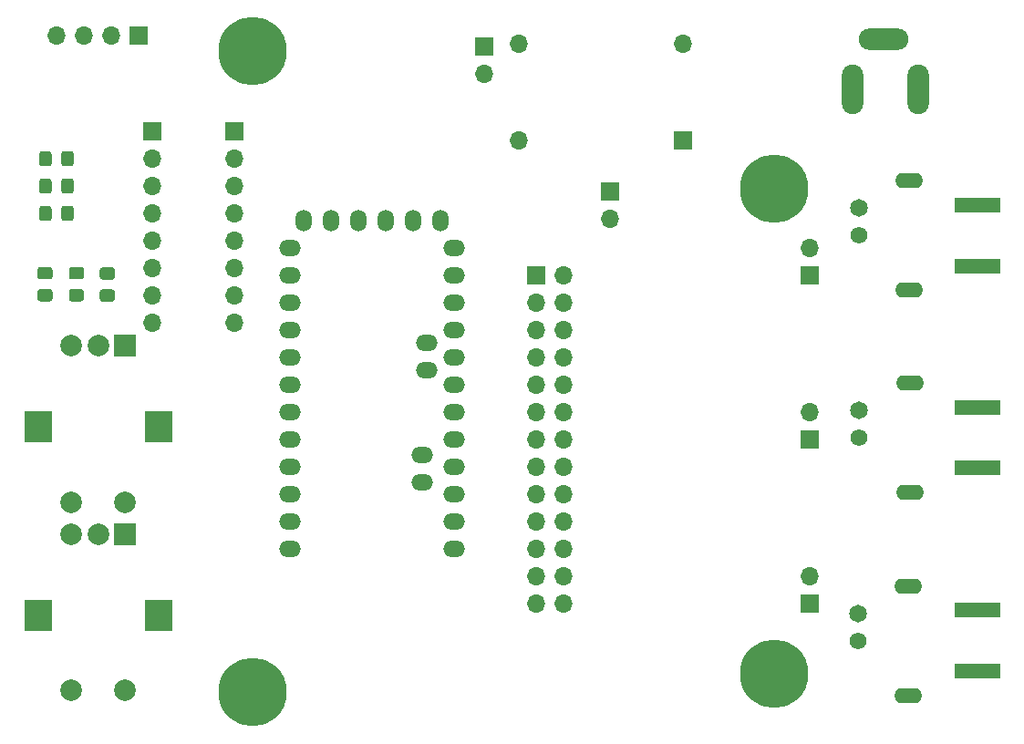
<source format=gbr>
G04 #@! TF.GenerationSoftware,KiCad,Pcbnew,(5.1.10)-1*
G04 #@! TF.CreationDate,2021-10-29T14:24:37-04:00*
G04 #@! TF.ProjectId,ArduinoInABox,41726475-696e-46f4-996e-41426f782e6b,1*
G04 #@! TF.SameCoordinates,Original*
G04 #@! TF.FileFunction,Soldermask,Bot*
G04 #@! TF.FilePolarity,Negative*
%FSLAX46Y46*%
G04 Gerber Fmt 4.6, Leading zero omitted, Abs format (unit mm)*
G04 Created by KiCad (PCBNEW (5.1.10)-1) date 2021-10-29 14:24:37*
%MOMM*%
%LPD*%
G01*
G04 APERTURE LIST*
%ADD10O,1.700000X1.700000*%
%ADD11R,1.700000X1.700000*%
%ADD12O,2.000000X1.524000*%
%ADD13O,1.524000X2.000000*%
%ADD14C,2.000000*%
%ADD15R,2.500000X3.000000*%
%ADD16R,2.000000X2.000000*%
%ADD17O,4.600000X2.000000*%
%ADD18O,2.000000X4.600000*%
%ADD19C,6.350000*%
%ADD20R,4.200000X1.350000*%
%ADD21O,2.600000X1.400000*%
%ADD22C,1.651000*%
%ADD23C,1.574800*%
G04 APERTURE END LIST*
D10*
X100250000Y-31040000D03*
X102790000Y-31040000D03*
X105330000Y-31040000D03*
D11*
X107870000Y-31040000D03*
D10*
X143160000Y-31800000D03*
X158460000Y-31800000D03*
X143160000Y-40800000D03*
D11*
X158460000Y-40800000D03*
D10*
X116760000Y-57710000D03*
X116760000Y-55170000D03*
X116760000Y-52630000D03*
X116760000Y-50090000D03*
X116760000Y-47550000D03*
X116760000Y-45010000D03*
X116760000Y-42470000D03*
D11*
X116760000Y-39930000D03*
D12*
X134239000Y-72517000D03*
X134239000Y-69977000D03*
X134620000Y-62103000D03*
X134620000Y-59563000D03*
X137160000Y-78740000D03*
X137160000Y-76200000D03*
X137160000Y-73660000D03*
X137160000Y-71120000D03*
X137160000Y-68580000D03*
X137160000Y-66040000D03*
X137160000Y-63500000D03*
X137160000Y-60960000D03*
X137160000Y-58420000D03*
X137160000Y-55880000D03*
X137160000Y-53340000D03*
X137160000Y-50800000D03*
X121920000Y-78740000D03*
X121920000Y-76200000D03*
X121920000Y-73660000D03*
X121920000Y-71120000D03*
X121920000Y-68580000D03*
X121920000Y-66040000D03*
X121920000Y-63500000D03*
X121920000Y-60960000D03*
X121920000Y-58420000D03*
X121920000Y-55880000D03*
X121920000Y-53340000D03*
X121920000Y-50800000D03*
D13*
X135890000Y-48260000D03*
X133350000Y-48260000D03*
X130810000Y-48260000D03*
X128270000Y-48260000D03*
X125730000Y-48260000D03*
X123190000Y-48260000D03*
D14*
X101625400Y-74343600D03*
X106625400Y-74343600D03*
D15*
X98525400Y-67343600D03*
X109725400Y-67343600D03*
D14*
X101625400Y-59843600D03*
X104125400Y-59843600D03*
D16*
X106625400Y-59843600D03*
D10*
X109140000Y-57710000D03*
X109140000Y-55170000D03*
X109140000Y-52630000D03*
X109140000Y-50090000D03*
X109140000Y-47550000D03*
X109140000Y-45010000D03*
X109140000Y-42470000D03*
D11*
X109140000Y-39930000D03*
D17*
X177050000Y-31400000D03*
D18*
X174150000Y-36000000D03*
X180250000Y-36000000D03*
G36*
G01*
X100700000Y-45460001D02*
X100700000Y-44559999D01*
G75*
G02*
X100949999Y-44310000I249999J0D01*
G01*
X101600001Y-44310000D01*
G75*
G02*
X101850000Y-44559999I0J-249999D01*
G01*
X101850000Y-45460001D01*
G75*
G02*
X101600001Y-45710000I-249999J0D01*
G01*
X100949999Y-45710000D01*
G75*
G02*
X100700000Y-45460001I0J249999D01*
G01*
G37*
G36*
G01*
X98650000Y-45460001D02*
X98650000Y-44559999D01*
G75*
G02*
X98899999Y-44310000I249999J0D01*
G01*
X99550001Y-44310000D01*
G75*
G02*
X99800000Y-44559999I0J-249999D01*
G01*
X99800000Y-45460001D01*
G75*
G02*
X99550001Y-45710000I-249999J0D01*
G01*
X98899999Y-45710000D01*
G75*
G02*
X98650000Y-45460001I0J249999D01*
G01*
G37*
G36*
G01*
X100700000Y-42920001D02*
X100700000Y-42019999D01*
G75*
G02*
X100949999Y-41770000I249999J0D01*
G01*
X101600001Y-41770000D01*
G75*
G02*
X101850000Y-42019999I0J-249999D01*
G01*
X101850000Y-42920001D01*
G75*
G02*
X101600001Y-43170000I-249999J0D01*
G01*
X100949999Y-43170000D01*
G75*
G02*
X100700000Y-42920001I0J249999D01*
G01*
G37*
G36*
G01*
X98650000Y-42920001D02*
X98650000Y-42019999D01*
G75*
G02*
X98899999Y-41770000I249999J0D01*
G01*
X99550001Y-41770000D01*
G75*
G02*
X99800000Y-42019999I0J-249999D01*
G01*
X99800000Y-42920001D01*
G75*
G02*
X99550001Y-43170000I-249999J0D01*
G01*
X98899999Y-43170000D01*
G75*
G02*
X98650000Y-42920001I0J249999D01*
G01*
G37*
G36*
G01*
X100700000Y-48000001D02*
X100700000Y-47099999D01*
G75*
G02*
X100949999Y-46850000I249999J0D01*
G01*
X101600001Y-46850000D01*
G75*
G02*
X101850000Y-47099999I0J-249999D01*
G01*
X101850000Y-48000001D01*
G75*
G02*
X101600001Y-48250000I-249999J0D01*
G01*
X100949999Y-48250000D01*
G75*
G02*
X100700000Y-48000001I0J249999D01*
G01*
G37*
G36*
G01*
X98650000Y-48000001D02*
X98650000Y-47099999D01*
G75*
G02*
X98899999Y-46850000I249999J0D01*
G01*
X99550001Y-46850000D01*
G75*
G02*
X99800000Y-47099999I0J-249999D01*
G01*
X99800000Y-48000001D01*
G75*
G02*
X99550001Y-48250000I-249999J0D01*
G01*
X98899999Y-48250000D01*
G75*
G02*
X98650000Y-48000001I0J249999D01*
G01*
G37*
D16*
X106650800Y-77344200D03*
D14*
X104150800Y-77344200D03*
X101650800Y-77344200D03*
D15*
X109750800Y-84844200D03*
X98550800Y-84844200D03*
D14*
X106650800Y-91844200D03*
X101650800Y-91844200D03*
D19*
X166850000Y-45300000D03*
X118500000Y-92000000D03*
X166850000Y-90300000D03*
X118500000Y-32500000D03*
D10*
X140002000Y-34590000D03*
D11*
X140002000Y-32050000D03*
D20*
X185775600Y-52431200D03*
X185775600Y-46781200D03*
X185775600Y-65551800D03*
X185775600Y-71201800D03*
X185775600Y-90048600D03*
X185775600Y-84398600D03*
D21*
X179406600Y-54686200D03*
X179406600Y-44526200D03*
D22*
X174726600Y-47066200D03*
D23*
X174726600Y-49606200D03*
X174802800Y-68376800D03*
D22*
X174802800Y-65836800D03*
D21*
X179482800Y-63296800D03*
X179482800Y-73456800D03*
X179330400Y-92354400D03*
X179330400Y-82194400D03*
D22*
X174650400Y-84734400D03*
D23*
X174650400Y-87274400D03*
D11*
X170180000Y-53340000D03*
D10*
X170180000Y-50800000D03*
X170180000Y-66040000D03*
D11*
X170180000Y-68580000D03*
X170180000Y-83820000D03*
D10*
X170180000Y-81280000D03*
G36*
G01*
X105428201Y-55752800D02*
X104528199Y-55752800D01*
G75*
G02*
X104278200Y-55502801I0J249999D01*
G01*
X104278200Y-54852799D01*
G75*
G02*
X104528199Y-54602800I249999J0D01*
G01*
X105428201Y-54602800D01*
G75*
G02*
X105678200Y-54852799I0J-249999D01*
G01*
X105678200Y-55502801D01*
G75*
G02*
X105428201Y-55752800I-249999J0D01*
G01*
G37*
G36*
G01*
X105428201Y-53702800D02*
X104528199Y-53702800D01*
G75*
G02*
X104278200Y-53452801I0J249999D01*
G01*
X104278200Y-52802799D01*
G75*
G02*
X104528199Y-52552800I249999J0D01*
G01*
X105428201Y-52552800D01*
G75*
G02*
X105678200Y-52802799I0J-249999D01*
G01*
X105678200Y-53452801D01*
G75*
G02*
X105428201Y-53702800I-249999J0D01*
G01*
G37*
G36*
G01*
X98736999Y-54577400D02*
X99637001Y-54577400D01*
G75*
G02*
X99887000Y-54827399I0J-249999D01*
G01*
X99887000Y-55477401D01*
G75*
G02*
X99637001Y-55727400I-249999J0D01*
G01*
X98736999Y-55727400D01*
G75*
G02*
X98487000Y-55477401I0J249999D01*
G01*
X98487000Y-54827399D01*
G75*
G02*
X98736999Y-54577400I249999J0D01*
G01*
G37*
G36*
G01*
X98736999Y-52527400D02*
X99637001Y-52527400D01*
G75*
G02*
X99887000Y-52777399I0J-249999D01*
G01*
X99887000Y-53427401D01*
G75*
G02*
X99637001Y-53677400I-249999J0D01*
G01*
X98736999Y-53677400D01*
G75*
G02*
X98487000Y-53427401I0J249999D01*
G01*
X98487000Y-52777399D01*
G75*
G02*
X98736999Y-52527400I249999J0D01*
G01*
G37*
G36*
G01*
X102558001Y-55727400D02*
X101657999Y-55727400D01*
G75*
G02*
X101408000Y-55477401I0J249999D01*
G01*
X101408000Y-54827399D01*
G75*
G02*
X101657999Y-54577400I249999J0D01*
G01*
X102558001Y-54577400D01*
G75*
G02*
X102808000Y-54827399I0J-249999D01*
G01*
X102808000Y-55477401D01*
G75*
G02*
X102558001Y-55727400I-249999J0D01*
G01*
G37*
G36*
G01*
X102558001Y-53677400D02*
X101657999Y-53677400D01*
G75*
G02*
X101408000Y-53427401I0J249999D01*
G01*
X101408000Y-52777399D01*
G75*
G02*
X101657999Y-52527400I249999J0D01*
G01*
X102558001Y-52527400D01*
G75*
G02*
X102808000Y-52777399I0J-249999D01*
G01*
X102808000Y-53427401D01*
G75*
G02*
X102558001Y-53677400I-249999J0D01*
G01*
G37*
D11*
X144780000Y-53340000D03*
D10*
X147320000Y-53340000D03*
X144780000Y-55880000D03*
X147320000Y-55880000D03*
X144780000Y-58420000D03*
X147320000Y-58420000D03*
X144780000Y-60960000D03*
X147320000Y-60960000D03*
X144780000Y-63500000D03*
X147320000Y-63500000D03*
X144780000Y-66040000D03*
X147320000Y-66040000D03*
X144780000Y-68580000D03*
X147320000Y-68580000D03*
X144780000Y-71120000D03*
X147320000Y-71120000D03*
X144780000Y-73660000D03*
X147320000Y-73660000D03*
X144780000Y-76200000D03*
X147320000Y-76200000D03*
X144780000Y-78740000D03*
X147320000Y-78740000D03*
X144780000Y-81280000D03*
X147320000Y-81280000D03*
X144780000Y-83820000D03*
X147320000Y-83820000D03*
D11*
X151685001Y-45513001D03*
D10*
X151685001Y-48053001D03*
M02*

</source>
